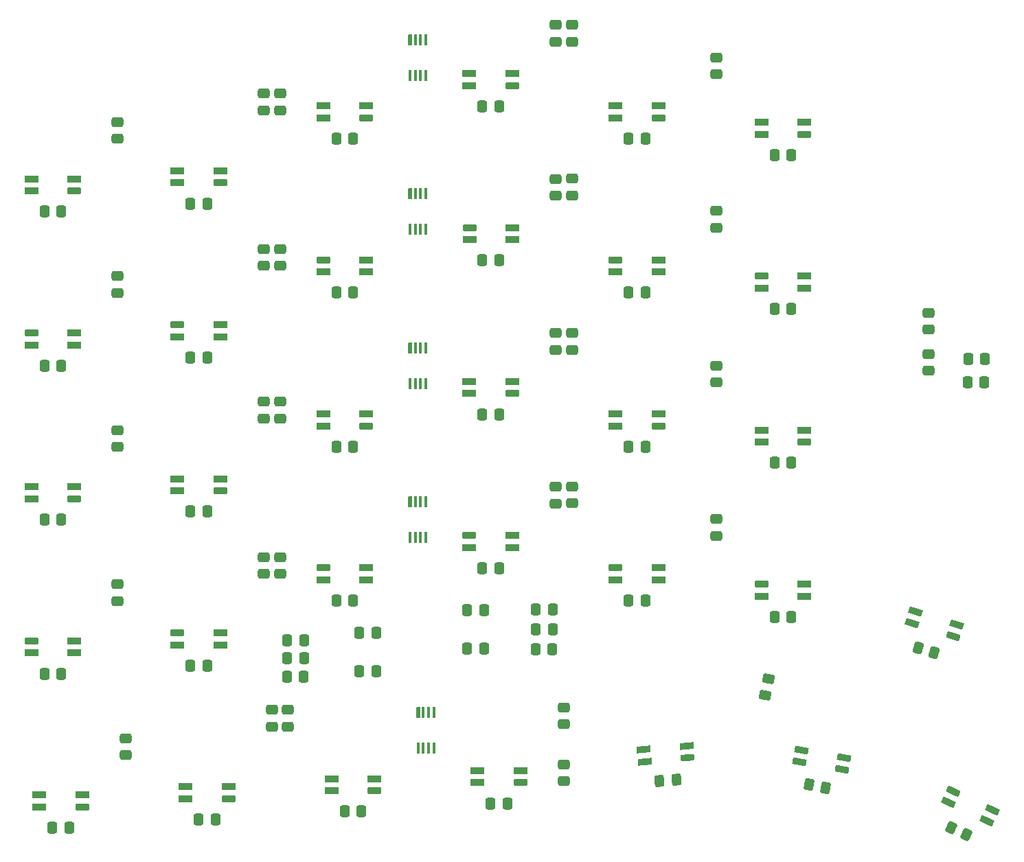
<source format=gbr>
%TF.GenerationSoftware,KiCad,Pcbnew,(6.0.0)*%
%TF.CreationDate,2022-05-14T17:53:23+09:00*%
%TF.ProjectId,brimstone2b,6272696d-7374-46f6-9e65-32622e6b6963,rev?*%
%TF.SameCoordinates,Original*%
%TF.FileFunction,Paste,Bot*%
%TF.FilePolarity,Positive*%
%FSLAX46Y46*%
G04 Gerber Fmt 4.6, Leading zero omitted, Abs format (unit mm)*
G04 Created by KiCad (PCBNEW (6.0.0)) date 2022-05-14 17:53:23*
%MOMM*%
%LPD*%
G01*
G04 APERTURE LIST*
G04 Aperture macros list*
%AMRoundRect*
0 Rectangle with rounded corners*
0 $1 Rounding radius*
0 $2 $3 $4 $5 $6 $7 $8 $9 X,Y pos of 4 corners*
0 Add a 4 corners polygon primitive as box body*
4,1,4,$2,$3,$4,$5,$6,$7,$8,$9,$2,$3,0*
0 Add four circle primitives for the rounded corners*
1,1,$1+$1,$2,$3*
1,1,$1+$1,$4,$5*
1,1,$1+$1,$6,$7*
1,1,$1+$1,$8,$9*
0 Add four rect primitives between the rounded corners*
20,1,$1+$1,$2,$3,$4,$5,0*
20,1,$1+$1,$4,$5,$6,$7,0*
20,1,$1+$1,$6,$7,$8,$9,0*
20,1,$1+$1,$8,$9,$2,$3,0*%
%AMRotRect*
0 Rectangle, with rotation*
0 The origin of the aperture is its center*
0 $1 length*
0 $2 width*
0 $3 Rotation angle, in degrees counterclockwise*
0 Add horizontal line*
21,1,$1,$2,0,0,$3*%
%AMOutline5P*
0 Free polygon, 5 corners , with rotation*
0 The origin of the aperture is its center*
0 number of corners: always 5*
0 $1 to $10 corner X, Y*
0 $11 Rotation angle, in degrees counterclockwise*
0 create outline with 5 corners*
4,1,5,$1,$2,$3,$4,$5,$6,$7,$8,$9,$10,$1,$2,$11*%
%AMOutline6P*
0 Free polygon, 6 corners , with rotation*
0 The origin of the aperture is its center*
0 number of corners: always 6*
0 $1 to $12 corner X, Y*
0 $13 Rotation angle, in degrees counterclockwise*
0 create outline with 6 corners*
4,1,6,$1,$2,$3,$4,$5,$6,$7,$8,$9,$10,$11,$12,$1,$2,$13*%
%AMOutline7P*
0 Free polygon, 7 corners , with rotation*
0 The origin of the aperture is its center*
0 number of corners: always 7*
0 $1 to $14 corner X, Y*
0 $15 Rotation angle, in degrees counterclockwise*
0 create outline with 7 corners*
4,1,7,$1,$2,$3,$4,$5,$6,$7,$8,$9,$10,$11,$12,$13,$14,$1,$2,$15*%
%AMOutline8P*
0 Free polygon, 8 corners , with rotation*
0 The origin of the aperture is its center*
0 number of corners: always 8*
0 $1 to $16 corner X, Y*
0 $17 Rotation angle, in degrees counterclockwise*
0 create outline with 8 corners*
4,1,8,$1,$2,$3,$4,$5,$6,$7,$8,$9,$10,$11,$12,$13,$14,$15,$16,$1,$2,$17*%
G04 Aperture macros list end*
%ADD10RoundRect,0.250000X-0.337500X-0.475000X0.337500X-0.475000X0.337500X0.475000X-0.337500X0.475000X0*%
%ADD11R,1.700000X0.820000*%
%ADD12RoundRect,0.205000X0.645000X0.205000X-0.645000X0.205000X-0.645000X-0.205000X0.645000X-0.205000X0*%
%ADD13RoundRect,0.205000X-0.645000X-0.205000X0.645000X-0.205000X0.645000X0.205000X-0.645000X0.205000X0*%
%ADD14RoundRect,0.250000X0.475000X-0.337500X0.475000X0.337500X-0.475000X0.337500X-0.475000X-0.337500X0*%
%ADD15RoundRect,0.250000X0.337500X0.475000X-0.337500X0.475000X-0.337500X-0.475000X0.337500X-0.475000X0*%
%ADD16RotRect,1.700000X0.820000X5.000000*%
%ADD17RoundRect,0.205000X-0.624679X-0.260435X0.660413X-0.148004X0.624679X0.260435X-0.660413X0.148004X0*%
%ADD18RoundRect,0.250000X-0.475000X0.337500X-0.475000X-0.337500X0.475000X-0.337500X0.475000X0.337500X0*%
%ADD19RotRect,1.700000X0.820000X155.000000*%
%ADD20RoundRect,0.205000X0.671205X-0.086796X-0.497932X0.458382X-0.671205X0.086796X0.497932X-0.458382X0*%
%ADD21RoundRect,0.250000X-0.464715X-0.351527X0.179044X-0.554504X0.464715X0.351527X-0.179044X0.554504X0*%
%ADD22RoundRect,0.250000X-0.414856X-0.409177X0.249890X-0.526390X0.414856X0.409177X-0.249890X0.526390X0*%
%ADD23RotRect,1.700000X0.820000X342.500000*%
%ADD24RoundRect,0.205000X-0.676792X-0.001557X0.553503X-0.389467X0.676792X0.001557X-0.553503X0.389467X0*%
%ADD25RotRect,1.700000X0.820000X350.000000*%
%ADD26RoundRect,0.205000X-0.670799X-0.089883X0.599603X-0.313889X0.670799X0.089883X-0.599603X0.313889X0*%
%ADD27RoundRect,0.250000X0.506623X0.287863X-0.105135X0.573130X-0.506623X-0.287863X0.105135X-0.573130X0*%
%ADD28RoundRect,0.250000X-0.294817X-0.502608X0.377615X-0.443777X0.294817X0.502608X-0.377615X0.443777X0*%
%ADD29RoundRect,0.250000X0.409177X-0.414856X0.526390X0.249890X-0.409177X0.414856X-0.526390X-0.249890X0*%
%ADD30Outline5P,-0.225000X0.700000X0.225000X0.700000X0.225000X-0.610000X0.135000X-0.700000X-0.225000X-0.700000X180.000000*%
%ADD31R,0.450000X1.400000*%
G04 APERTURE END LIST*
D10*
%TO.C,D1*%
X183502500Y-87087049D03*
X185577500Y-87087049D03*
%TD*%
D11*
%TO.C,D130*%
X145320000Y-114360000D03*
X145320000Y-112860000D03*
D12*
X140020000Y-112860000D03*
D11*
X140020000Y-114360000D03*
%TD*%
%TO.C,D128*%
X86020000Y-63860000D03*
X86020000Y-65360000D03*
D13*
X91320000Y-65360000D03*
D11*
X91320000Y-63860000D03*
%TD*%
D10*
%TO.C,C6*%
X123632500Y-55907049D03*
X125707500Y-55907049D03*
%TD*%
D14*
%TO.C,D49*%
X98670000Y-75604549D03*
X98670000Y-73529549D03*
%TD*%
D15*
%TO.C,D8*%
X132277500Y-117947049D03*
X130202500Y-117947049D03*
%TD*%
D14*
%TO.C,D29*%
X134680000Y-66904549D03*
X134680000Y-64829549D03*
%TD*%
D11*
%TO.C,D105*%
X123020000Y-137860000D03*
X123020000Y-139360000D03*
D13*
X128320000Y-139360000D03*
D11*
X128320000Y-137860000D03*
%TD*%
D14*
%TO.C,D39*%
X152480000Y-70904549D03*
X152480000Y-68829549D03*
%TD*%
D11*
%TO.C,D103*%
X109320000Y-76370000D03*
X109320000Y-74870000D03*
D12*
X104020000Y-74870000D03*
D11*
X104020000Y-76370000D03*
%TD*%
%TO.C,D113*%
X158020000Y-57860000D03*
X158020000Y-59360000D03*
D13*
X163320000Y-59360000D03*
D11*
X163320000Y-57860000D03*
%TD*%
D14*
%TO.C,D63*%
X79670000Y-135944549D03*
X79670000Y-133869549D03*
%TD*%
D10*
%TO.C,D2*%
X183442500Y-89927049D03*
X185517500Y-89927049D03*
%TD*%
D14*
%TO.C,D67*%
X96670000Y-56425799D03*
X96670000Y-54350799D03*
%TD*%
D15*
%TO.C,C20*%
X107707500Y-116907049D03*
X105632500Y-116907049D03*
%TD*%
D14*
%TO.C,D31*%
X134680000Y-104904549D03*
X134680000Y-102829549D03*
%TD*%
%TO.C,D27*%
X134651250Y-47963299D03*
X134651250Y-45888299D03*
%TD*%
%TO.C,D73*%
X96670000Y-94425799D03*
X96670000Y-92350799D03*
%TD*%
%TO.C,D51*%
X98670000Y-113604549D03*
X98670000Y-111529549D03*
%TD*%
%TO.C,D21*%
X133680000Y-132144549D03*
X133680000Y-130069549D03*
%TD*%
D10*
%TO.C,C27*%
X69632500Y-106907049D03*
X71707500Y-106907049D03*
%TD*%
D16*
%TO.C,D111*%
X143524717Y-135263817D03*
X143655451Y-136758109D03*
D17*
X148935283Y-136296183D03*
D16*
X148804549Y-134801891D03*
%TD*%
D10*
%TO.C,C5*%
X124632500Y-141907049D03*
X126707500Y-141907049D03*
%TD*%
D11*
%TO.C,D121*%
X105020000Y-138860000D03*
X105020000Y-140360000D03*
D13*
X110320000Y-140360000D03*
D11*
X110320000Y-138860000D03*
%TD*%
D15*
%TO.C,D15*%
X101650000Y-121757049D03*
X99575000Y-121757049D03*
%TD*%
D10*
%TO.C,C32*%
X88632500Y-143907049D03*
X90707500Y-143907049D03*
%TD*%
D14*
%TO.C,D71*%
X96670000Y-113604549D03*
X96670000Y-111529549D03*
%TD*%
D18*
%TO.C,D33*%
X133690000Y-137119549D03*
X133690000Y-139194549D03*
%TD*%
D19*
%TO.C,D102*%
X185864752Y-144059669D03*
X186498679Y-142700208D03*
D20*
X181695248Y-140460331D03*
D19*
X181061321Y-141819792D03*
%TD*%
D21*
%TO.C,C1*%
X177344801Y-122720174D03*
X179323763Y-123344138D03*
%TD*%
D18*
%TO.C,R2*%
X178620000Y-86467049D03*
X178620000Y-88542049D03*
%TD*%
D14*
%TO.C,D19*%
X132670000Y-104944549D03*
X132670000Y-102869549D03*
%TD*%
D11*
%TO.C,D127*%
X68020000Y-102860000D03*
X68020000Y-104360000D03*
D13*
X73320000Y-104360000D03*
D11*
X73320000Y-102860000D03*
%TD*%
D15*
%TO.C,C30*%
X89707500Y-124907049D03*
X87632500Y-124907049D03*
%TD*%
D14*
%TO.C,D23*%
X132670000Y-47944549D03*
X132670000Y-45869549D03*
%TD*%
D11*
%TO.C,D116*%
X73320000Y-123350000D03*
X73320000Y-121850000D03*
D12*
X68020000Y-121850000D03*
D11*
X68020000Y-123350000D03*
%TD*%
D10*
%TO.C,C23*%
X69632500Y-68907049D03*
X71707500Y-68907049D03*
%TD*%
D11*
%TO.C,D115*%
X158020000Y-95860000D03*
X158020000Y-97360000D03*
D13*
X163320000Y-97360000D03*
D11*
X163320000Y-95860000D03*
%TD*%
%TO.C,D118*%
X104020000Y-55860000D03*
X104020000Y-57360000D03*
D13*
X109320000Y-57360000D03*
D11*
X109320000Y-55860000D03*
%TD*%
D14*
%TO.C,R1*%
X178620000Y-83464549D03*
X178620000Y-81389549D03*
%TD*%
D22*
%TO.C,C17*%
X163859076Y-139605351D03*
X165902552Y-139965671D03*
%TD*%
D23*
%TO.C,D101*%
X177058179Y-118277842D03*
X176607121Y-119708417D03*
D24*
X181661821Y-121302158D03*
D23*
X182112879Y-119871583D03*
%TD*%
D10*
%TO.C,C26*%
X70632500Y-144907049D03*
X72707500Y-144907049D03*
%TD*%
%TO.C,C22*%
X105632500Y-97907049D03*
X107707500Y-97907049D03*
%TD*%
%TO.C,C21*%
X106632500Y-142907049D03*
X108707500Y-142907049D03*
%TD*%
%TO.C,C18*%
X105632500Y-59907049D03*
X107707500Y-59907049D03*
%TD*%
D11*
%TO.C,D129*%
X145330000Y-76355000D03*
X145330000Y-74855000D03*
D12*
X140030000Y-74855000D03*
D11*
X140030000Y-76355000D03*
%TD*%
D10*
%TO.C,C7*%
X123632500Y-93907049D03*
X125707500Y-93907049D03*
%TD*%
D11*
%TO.C,D124*%
X163320000Y-78360000D03*
X163320000Y-76860000D03*
D12*
X158020000Y-76860000D03*
D11*
X158020000Y-78360000D03*
%TD*%
%TO.C,D125*%
X163320000Y-116360000D03*
X163320000Y-114860000D03*
D12*
X158020000Y-114860000D03*
D11*
X158020000Y-116360000D03*
%TD*%
D15*
%TO.C,C3*%
X125707500Y-74907049D03*
X123632500Y-74907049D03*
%TD*%
D14*
%TO.C,D59*%
X78670000Y-78944549D03*
X78670000Y-76869549D03*
%TD*%
D15*
%TO.C,C4*%
X125707500Y-112907049D03*
X123632500Y-112907049D03*
%TD*%
D11*
%TO.C,D109*%
X91320000Y-84360000D03*
X91320000Y-82860000D03*
D12*
X86020000Y-82860000D03*
D11*
X86020000Y-84360000D03*
%TD*%
%TO.C,D114*%
X73330000Y-85355000D03*
X73330000Y-83855000D03*
D12*
X68030000Y-83855000D03*
D11*
X68030000Y-85355000D03*
%TD*%
D15*
%TO.C,D12*%
X110537500Y-125647049D03*
X108462500Y-125647049D03*
%TD*%
%TO.C,D5*%
X123817500Y-122777049D03*
X121742500Y-122777049D03*
%TD*%
%TO.C,D7*%
X123837500Y-118037049D03*
X121762500Y-118037049D03*
%TD*%
D10*
%TO.C,C12*%
X141632500Y-97907049D03*
X143707500Y-97907049D03*
%TD*%
D14*
%TO.C,D17*%
X132670000Y-66944549D03*
X132670000Y-64869549D03*
%TD*%
%TO.C,D75*%
X97670000Y-132425799D03*
X97670000Y-130350799D03*
%TD*%
%TO.C,D47*%
X98670000Y-56425799D03*
X98670000Y-54350799D03*
%TD*%
D11*
%TO.C,D104*%
X109320000Y-114360000D03*
X109320000Y-112860000D03*
D12*
X104020000Y-112860000D03*
D11*
X104020000Y-114360000D03*
%TD*%
D14*
%TO.C,D69*%
X96670000Y-75604549D03*
X96670000Y-73529549D03*
%TD*%
D11*
%TO.C,D131*%
X86020000Y-101870000D03*
X86020000Y-103370000D03*
D13*
X91320000Y-103370000D03*
D11*
X91320000Y-101870000D03*
%TD*%
D15*
%TO.C,C19*%
X107707500Y-78907049D03*
X105632500Y-78907049D03*
%TD*%
D14*
%TO.C,D57*%
X78670000Y-59944549D03*
X78670000Y-57869549D03*
%TD*%
D10*
%TO.C,C28*%
X87632500Y-67907049D03*
X89707500Y-67907049D03*
%TD*%
D11*
%TO.C,D112*%
X140020000Y-93860000D03*
X140020000Y-95360000D03*
D13*
X145320000Y-95360000D03*
D11*
X145320000Y-93860000D03*
%TD*%
D15*
%TO.C,C25*%
X71707500Y-125907049D03*
X69632500Y-125907049D03*
%TD*%
D25*
%TO.C,D117*%
X162970496Y-135341227D03*
X162710023Y-136818438D03*
D26*
X167929504Y-137738773D03*
D25*
X168189977Y-136261562D03*
%TD*%
D27*
%TO.C,C2*%
X183287086Y-145786608D03*
X181406498Y-144909676D03*
%TD*%
D11*
%TO.C,D123*%
X68020000Y-64860000D03*
X68020000Y-66360000D03*
D13*
X73320000Y-66360000D03*
D11*
X73320000Y-64860000D03*
%TD*%
D15*
%TO.C,C16*%
X161707500Y-118907049D03*
X159632500Y-118907049D03*
%TD*%
D14*
%TO.C,D61*%
X78670000Y-116944549D03*
X78670000Y-114869549D03*
%TD*%
D15*
%TO.C,C14*%
X161707500Y-80907049D03*
X159632500Y-80907049D03*
%TD*%
D10*
%TO.C,C31*%
X87632500Y-105907049D03*
X89707500Y-105907049D03*
%TD*%
D11*
%TO.C,D110*%
X91320000Y-122360000D03*
X91320000Y-120860000D03*
D12*
X86020000Y-120860000D03*
D11*
X86020000Y-122360000D03*
%TD*%
D28*
%TO.C,C11*%
X145484337Y-139146186D03*
X147551441Y-138965338D03*
%TD*%
D11*
%TO.C,D126*%
X69020000Y-140860000D03*
X69020000Y-142360000D03*
D13*
X74320000Y-142360000D03*
D11*
X74320000Y-140860000D03*
%TD*%
%TO.C,D120*%
X127320000Y-110360000D03*
X127320000Y-108860000D03*
D12*
X122020000Y-108860000D03*
D11*
X122020000Y-110360000D03*
%TD*%
D14*
%TO.C,D53*%
X99670000Y-132444549D03*
X99670000Y-130369549D03*
%TD*%
D11*
%TO.C,D107*%
X122020000Y-89850000D03*
X122020000Y-91350000D03*
D13*
X127320000Y-91350000D03*
D11*
X127320000Y-89850000D03*
%TD*%
D14*
%TO.C,D43*%
X152480000Y-108904549D03*
X152480000Y-106829549D03*
%TD*%
D11*
%TO.C,D122*%
X104020000Y-93860000D03*
X104020000Y-95360000D03*
D13*
X109320000Y-95360000D03*
D11*
X109320000Y-93860000D03*
%TD*%
D14*
%TO.C,D65*%
X78670000Y-97944549D03*
X78670000Y-95869549D03*
%TD*%
D10*
%TO.C,C15*%
X159632500Y-99907049D03*
X161707500Y-99907049D03*
%TD*%
D14*
%TO.C,D25*%
X132670000Y-85944549D03*
X132670000Y-83869549D03*
%TD*%
D10*
%TO.C,C8*%
X141632500Y-59907049D03*
X143707500Y-59907049D03*
%TD*%
%TO.C,C13*%
X159632500Y-61907049D03*
X161707500Y-61907049D03*
%TD*%
D11*
%TO.C,D119*%
X127340000Y-72370000D03*
X127340000Y-70870000D03*
D12*
X122040000Y-70870000D03*
D11*
X122040000Y-72370000D03*
%TD*%
D15*
%TO.C,C9*%
X143707500Y-78907049D03*
X141632500Y-78907049D03*
%TD*%
%TO.C,C29*%
X89707500Y-86907049D03*
X87632500Y-86907049D03*
%TD*%
D29*
%TO.C,D45*%
X158513639Y-128565658D03*
X158873959Y-126522182D03*
%TD*%
D14*
%TO.C,D37*%
X152451250Y-51963299D03*
X152451250Y-49888299D03*
%TD*%
D11*
%TO.C,D106*%
X122020000Y-51860000D03*
X122020000Y-53360000D03*
D13*
X127320000Y-53360000D03*
D11*
X127320000Y-51860000D03*
%TD*%
%TO.C,D132*%
X87020000Y-139860000D03*
X87020000Y-141360000D03*
D13*
X92320000Y-141360000D03*
D11*
X92320000Y-139860000D03*
%TD*%
D15*
%TO.C,D14*%
X110547500Y-120867049D03*
X108472500Y-120867049D03*
%TD*%
D11*
%TO.C,D108*%
X140030000Y-55860000D03*
X140030000Y-57360000D03*
D13*
X145330000Y-57360000D03*
D11*
X145330000Y-55860000D03*
%TD*%
D14*
%TO.C,D55*%
X98670000Y-94425799D03*
X98670000Y-92350799D03*
%TD*%
%TO.C,D35*%
X134651250Y-85963299D03*
X134651250Y-83888299D03*
%TD*%
%TO.C,D41*%
X152451250Y-89963299D03*
X152451250Y-87888299D03*
%TD*%
D15*
%TO.C,D11*%
X101627500Y-126317049D03*
X99552500Y-126317049D03*
%TD*%
%TO.C,C24*%
X71707500Y-87907049D03*
X69632500Y-87907049D03*
%TD*%
%TO.C,D4*%
X132267500Y-122877049D03*
X130192500Y-122877049D03*
%TD*%
%TO.C,C10*%
X143707500Y-116907049D03*
X141632500Y-116907049D03*
%TD*%
%TO.C,D16*%
X101637500Y-123997049D03*
X99562500Y-123997049D03*
%TD*%
%TO.C,D9*%
X132277500Y-120467049D03*
X130202500Y-120467049D03*
%TD*%
D30*
%TO.C,IC5*%
X114695000Y-104707049D03*
D31*
X115345000Y-104707049D03*
X115995000Y-104707049D03*
X116645000Y-104707049D03*
X116645000Y-109107049D03*
X115995000Y-109107049D03*
X115345000Y-109107049D03*
X114690000Y-109107049D03*
%TD*%
D30*
%TO.C,IC7*%
X114695000Y-47707049D03*
D31*
X115345000Y-47707049D03*
X115995000Y-47707049D03*
X116645000Y-47707049D03*
X116645000Y-52107049D03*
X115995000Y-52107049D03*
X115345000Y-52107049D03*
X114690000Y-52107049D03*
%TD*%
D30*
%TO.C,IC4*%
X114695000Y-85707049D03*
D31*
X115345000Y-85707049D03*
X115995000Y-85707049D03*
X116645000Y-85707049D03*
X116645000Y-90107049D03*
X115995000Y-90107049D03*
X115345000Y-90107049D03*
X114690000Y-90107049D03*
%TD*%
D30*
%TO.C,IC3*%
X114695000Y-66707049D03*
D31*
X115345000Y-66707049D03*
X115995000Y-66707049D03*
X116645000Y-66707049D03*
X116645000Y-71107049D03*
X115995000Y-71107049D03*
X115345000Y-71107049D03*
X114690000Y-71107049D03*
%TD*%
D30*
%TO.C,IC6*%
X115695000Y-130707049D03*
D31*
X116345000Y-130707049D03*
X116995000Y-130707049D03*
X117645000Y-130707049D03*
X117645000Y-135107049D03*
X116995000Y-135107049D03*
X116345000Y-135107049D03*
X115690000Y-135107049D03*
%TD*%
M02*

</source>
